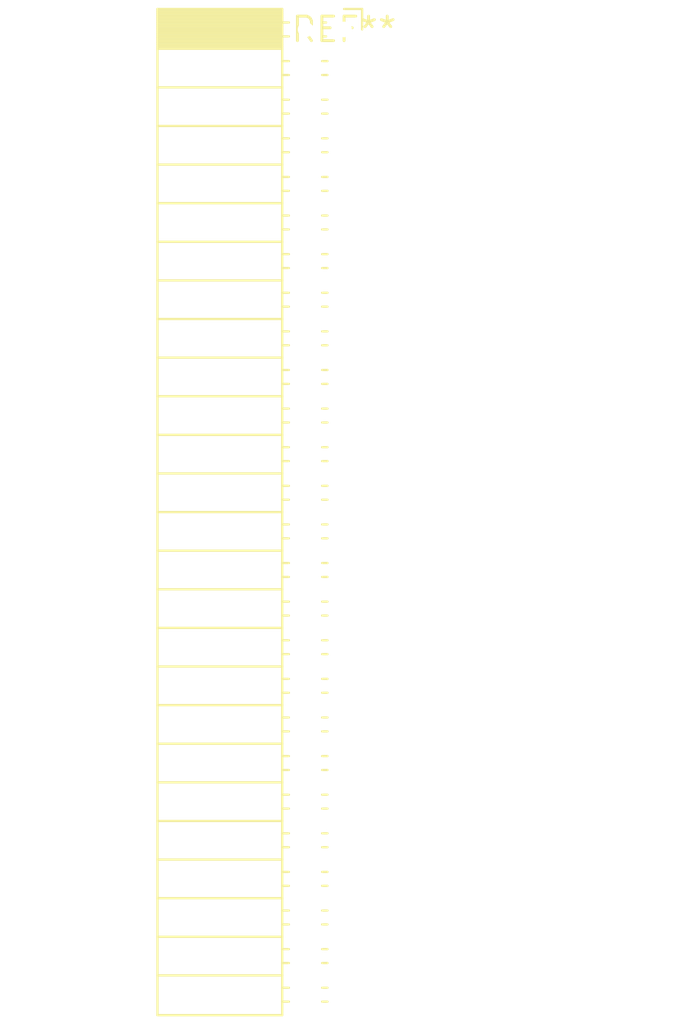
<source format=kicad_pcb>
(kicad_pcb (version 20240108) (generator pcbnew)
  (layers (0 "F.Cu" signal) (31 "B.Cu" signal) (34 "B.Paste" user) (35 "F.Paste" user) (36 "B.SilkS" user "B.Silkscreen") (37 "F.SilkS" user "F.Silkscreen") (38 "B.Mask" user) (39 "F.Mask" user) (44 "Edge.Cuts" user))
  (net 0 "")
  (footprint "PinSocket_2x26_P2.00mm_Horizontal" (layer "F.Cu") (at 0 0)
    (property "Reference" "REF**")
    (property "Value" "PinSocket_2x26_P2.00mm_Horizontal")
    (fp_line (start -9.68 -1.06) (end -9.68 51.06) (layer "F.SilkS") (stroke (width 0.12)))
    (fp_line (start -9.68 -1.06) (end -3.21 -1.06) (layer "F.SilkS") (stroke (width 0.12)))
    (fp_line (start -9.68 -0.94) (end -3.21 -0.94) (layer "F.SilkS") (stroke (width 0.12)))
    (fp_line (start -9.68 -0.825882) (end -3.21 -0.825882) (layer "F.SilkS") (stroke (width 0.12)))
    (fp_line (start -9.68 -0.711764) (end -3.21 -0.711764) (layer "F.SilkS") (stroke (width 0.12)))
    (fp_line (start -9.68 -0.597646) (end -3.21 -0.597646) (layer "F.SilkS") (stroke (width 0.12)))
    (fp_line (start -9.68 -0.483528) (end -3.21 -0.483528) (layer "F.SilkS") (stroke (width 0.12)))
    (fp_line (start -9.68 -0.36941) (end -3.21 -0.36941) (layer "F.SilkS") (stroke (width 0.12)))
    (fp_line (start -9.68 -0.255292) (end -3.21 -0.255292) (layer "F.SilkS") (stroke (width 0.12)))
    (fp_line (start -9.68 -0.141174) (end -3.21 -0.141174) (layer "F.SilkS") (stroke (width 0.12)))
    (fp_line (start -9.68 -0.027056) (end -3.21 -0.027056) (layer "F.SilkS") (stroke (width 0.12)))
    (fp_line (start -9.68 0.087062) (end -3.21 0.087062) (layer "F.SilkS") (stroke (width 0.12)))
    (fp_line (start -9.68 0.20118) (end -3.21 0.20118) (layer "F.SilkS") (stroke (width 0.12)))
    (fp_line (start -9.68 0.315298) (end -3.21 0.315298) (layer "F.SilkS") (stroke (width 0.12)))
    (fp_line (start -9.68 0.429416) (end -3.21 0.429416) (layer "F.SilkS") (stroke (width 0.12)))
    (fp_line (start -9.68 0.543534) (end -3.21 0.543534) (layer "F.SilkS") (stroke (width 0.12)))
    (fp_line (start -9.68 0.657652) (end -3.21 0.657652) (layer "F.SilkS") (stroke (width 0.12)))
    (fp_line (start -9.68 0.77177) (end -3.21 0.77177) (layer "F.SilkS") (stroke (width 0.12)))
    (fp_line (start -9.68 0.885888) (end -3.21 0.885888) (layer "F.SilkS") (stroke (width 0.12)))
    (fp_line (start -9.68 1) (end -3.21 1) (layer "F.SilkS") (stroke (width 0.12)))
    (fp_line (start -9.68 3) (end -3.21 3) (layer "F.SilkS") (stroke (width 0.12)))
    (fp_line (start -9.68 5) (end -3.21 5) (layer "F.SilkS") (stroke (width 0.12)))
    (fp_line (start -9.68 7) (end -3.21 7) (layer "F.SilkS") (stroke (width 0.12)))
    (fp_line (start -9.68 9) (end -3.21 9) (layer "F.SilkS") (stroke (width 0.12)))
    (fp_line (start -9.68 11) (end -3.21 11) (layer "F.SilkS") (stroke (width 0.12)))
    (fp_line (start -9.68 13) (end -3.21 13) (layer "F.SilkS") (stroke (width 0.12)))
    (fp_line (start -9.68 15) (end -3.21 15) (layer "F.SilkS") (stroke (width 0.12)))
    (fp_line (start -9.68 17) (end -3.21 17) (layer "F.SilkS") (stroke (width 0.12)))
    (fp_line (start -9.68 19) (end -3.21 19) (layer "F.SilkS") (stroke (width 0.12)))
    (fp_line (start -9.68 21) (end -3.21 21) (layer "F.SilkS") (stroke (width 0.12)))
    (fp_line (start -9.68 23) (end -3.21 23) (layer "F.SilkS") (stroke (width 0.12)))
    (fp_line (start -9.68 25) (end -3.21 25) (layer "F.SilkS") (stroke (width 0.12)))
    (fp_line (start -9.68 27) (end -3.21 27) (layer "F.SilkS") (stroke (width 0.12)))
    (fp_line (start -9.68 29) (end -3.21 29) (layer "F.SilkS") (stroke (width 0.12)))
    (fp_line (start -9.68 31) (end -3.21 31) (layer "F.SilkS") (stroke (width 0.12)))
    (fp_line (start -9.68 33) (end -3.21 33) (layer "F.SilkS") (stroke (width 0.12)))
    (fp_line (start -9.68 35) (end -3.21 35) (layer "F.SilkS") (stroke (width 0.12)))
    (fp_line (start -9.68 37) (end -3.21 37) (layer "F.SilkS") (stroke (width 0.12)))
    (fp_line (start -9.68 39) (end -3.21 39) (layer "F.SilkS") (stroke (width 0.12)))
    (fp_line (start -9.68 41) (end -3.21 41) (layer "F.SilkS") (stroke (width 0.12)))
    (fp_line (start -9.68 43) (end -3.21 43) (layer "F.SilkS") (stroke (width 0.12)))
    (fp_line (start -9.68 45) (end -3.21 45) (layer "F.SilkS") (stroke (width 0.12)))
    (fp_line (start -9.68 47) (end -3.21 47) (layer "F.SilkS") (stroke (width 0.12)))
    (fp_line (start -9.68 49) (end -3.21 49) (layer "F.SilkS") (stroke (width 0.12)))
    (fp_line (start -9.68 51.06) (end -3.21 51.06) (layer "F.SilkS") (stroke (width 0.12)))
    (fp_line (start -3.21 -1.06) (end -3.21 51.06) (layer "F.SilkS") (stroke (width 0.12)))
    (fp_line (start -3.21 -0.36) (end -2.862917 -0.36) (layer "F.SilkS") (stroke (width 0.12)))
    (fp_line (start -3.21 0.36) (end -2.862917 0.36) (layer "F.SilkS") (stroke (width 0.12)))
    (fp_line (start -3.21 1.64) (end -2.862917 1.64) (layer "F.SilkS") (stroke (width 0.12)))
    (fp_line (start -3.21 2.36) (end -2.862917 2.36) (layer "F.SilkS") (stroke (width 0.12)))
    (fp_line (start -3.21 3.64) (end -2.862917 3.64) (layer "F.SilkS") (stroke (width 0.12)))
    (fp_line (start -3.21 4.36) (end -2.862917 4.36) (layer "F.SilkS") (stroke (width 0.12)))
    (fp_line (start -3.21 5.64) (end -2.862917 5.64) (layer "F.SilkS") (stroke (width 0.12)))
    (fp_line (start -3.21 6.36) (end -2.862917 6.36) (layer "F.SilkS") (stroke (width 0.12)))
    (fp_line (start -3.21 7.64) (end -2.862917 7.64) (layer "F.SilkS") (stroke (width 0.12)))
    (fp_line (start -3.21 8.36) (end -2.862917 8.36) (layer "F.SilkS") (stroke (width 0.12)))
    (fp_line (start -3.21 9.64) (end -2.862917 9.64) (layer "F.SilkS") (stroke (width 0.12)))
    (fp_line (start -3.21 10.36) (end -2.862917 10.36) (layer "F.SilkS") (stroke (width 0.12)))
    (fp_line (start -3.21 11.64) (end -2.862917 11.64) (layer "F.SilkS") (stroke (width 0.12)))
    (fp_line (start -3.21 12.36) (end -2.862917 12.36) (layer "F.SilkS") (stroke (width 0.12)))
    (fp_line (start -3.21 13.64) (end -2.862917 13.64) (layer "F.SilkS") (stroke (width 0.12)))
    (fp_line (start -3.21 14.36) (end -2.862917 14.36) (layer "F.SilkS") (stroke (width 0.12)))
    (fp_line (start -3.21 15.64) (end -2.862917 15.64) (layer "F.SilkS") (stroke (width 0.12)))
    (fp_line (start -3.21 16.36) (end -2.862917 16.36) (layer "F.SilkS") (stroke (width 0.12)))
    (fp_line (start -3.21 17.64) (end -2.862917 17.64) (layer "F.SilkS") (stroke (width 0.12)))
    (fp_line (start -3.21 18.36) (end -2.862917 18.36) (layer "F.SilkS") (stroke (width 0.12)))
    (fp_line (start -3.21 19.64) (end -2.862917 19.64) (layer "F.SilkS") (stroke (width 0.12)))
    (fp_line (start -3.21 20.36) (end -2.862917 20.36) (layer "F.SilkS") (stroke (width 0.12)))
    (fp_line (start -3.21 21.64) (end -2.862917 21.64) (layer "F.SilkS") (stroke (width 0.12)))
    (fp_line (start -3.21 22.36) (end -2.862917 22.36) (layer "F.SilkS") (stroke (width 0.12)))
    (fp_line (start -3.21 23.64) (end -2.862917 23.64) (layer "F.SilkS") (stroke (width 0.12)))
    (fp_line (start -3.21 24.36) (end -2.862917 24.36) (layer "F.SilkS") (stroke (width 0.12)))
    (fp_line (start -3.21 25.64) (end -2.862917 25.64) (layer "F.SilkS") (stroke (width 0.12)))
    (fp_line (start -3.21 26.36) (end -2.862917 26.36) (layer "F.SilkS") (stroke (width 0.12)))
    (fp_line (start -3.21 27.64) (end -2.862917 27.64) (layer "F.SilkS") (stroke (width 0.12)))
    (fp_line (start -3.21 28.36) (end -2.862917 28.36) (layer "F.SilkS") (stroke (width 0.12)))
    (fp_line (start -3.21 29.64) (end -2.862917 29.64) (layer "F.SilkS") (stroke (width 0.12)))
    (fp_line (start -3.21 30.36) (end -2.862917 30.36) (layer "F.SilkS") (stroke (width 0.12)))
    (fp_line (start -3.21 31.64) (end -2.862917 31.64) (layer "F.SilkS") (stroke (width 0.12)))
    (fp_line (start -3.21 32.36) (end -2.862917 32.36) (layer "F.SilkS") (stroke (width 0.12)))
    (fp_line (start -3.21 33.64) (end -2.862917 33.64) (layer "F.SilkS") (stroke (width 0.12)))
    (fp_line (start -3.21 34.36) (end -2.862917 34.36) (layer "F.SilkS") (stroke (width 0.12)))
    (fp_line (start -3.21 35.64) (end -2.862917 35.64) (layer "F.SilkS") (stroke (width 0.12)))
    (fp_line (start -3.21 36.36) (end -2.862917 36.36) (layer "F.SilkS") (stroke (width 0.12)))
    (fp_line (start -3.21 37.64) (end -2.862917 37.64) (layer "F.SilkS") (stroke (width 0.12)))
    (fp_line (start -3.21 38.36) (end -2.862917 38.36) (layer "F.SilkS") (stroke (width 0.12)))
    (fp_line (start -3.21 39.64) (end -2.862917 39.64) (layer "F.SilkS") (stroke (width 0.12)))
    (fp_line (start -3.21 40.36) (end -2.862917 40.36) (layer "F.SilkS") (stroke (width 0.12)))
    (fp_line (start -3.21 41.64) (end -2.862917 41.64) (layer "F.SilkS") (stroke (width 0.12)))
    (fp_line (start -3.21 42.36) (end -2.862917 42.36) (layer "F.SilkS") (stroke (width 0.12)))
    (fp_line (start -3.21 43.64) (end -2.862917 43.64) (layer "F.SilkS") (stroke (width 0.12)))
    (fp_line (start -3.21 44.36) (end -2.862917 44.36) (layer "F.SilkS") (stroke (width 0.12)))
    (fp_line (start -3.21 45.64) (end -2.862917 45.64) (layer "F.SilkS") (stroke (width 0.12)))
    (fp_line (start -3.21 46.36) (end -2.862917 46.36) (layer "F.SilkS") (stroke (width 0.12)))
    (fp_line (start -3.21 47.64) (end -2.862917 47.64) (layer "F.SilkS") (stroke (width 0.12)))
    (fp_line (start -3.21 48.36) (end -2.862917 48.36) (layer "F.SilkS") (stroke (width 0.12)))
    (fp_line (start -3.21 49.64) (end -2.862917 49.64) (layer "F.SilkS") (stroke (width 0.12)))
    (fp_line (start -3.21 50.36) (end -2.862917 50.36) (layer "F.SilkS") (stroke (width 0.12)))
    (fp_line (start -1.137083 -0.36) (end -0.935 -0.36) (layer "F.SilkS") (stroke (width 0.12)))
    (fp_line (start -1.137083 0.36) (end -0.935 0.36) (layer "F.SilkS") (stroke (width 0.12)))
    (fp_line (start -1.137083 1.64) (end -0.862917 1.64) (layer "F.SilkS") (stroke (width 0.12)))
    (fp_line (start -1.137083 2.36) (end -0.862917 2.36) (layer "F.SilkS") (stroke (width 0.12)))
    (fp_line (start -1.137083 3.64) (end -0.862917 3.64) (layer "F.SilkS") (stroke (width 0.12)))
    (fp_line (start -1.137083 4.36) (end -0.862917 4.36) (layer "F.SilkS") (stroke (width 0.12)))
    (fp_line (start -1.137083 5.64) (end -0.862917 5.64) (layer "F.SilkS") (stroke (width 0.12)))
    (fp_line (start -1.137083 6.36) (end -0.862917 6.36) (layer "F.SilkS") (stroke (width 0.12)))
    (fp_line (start -1.137083 7.64) (end -0.862917 7.64) (layer "F.SilkS") (stroke (width 0.12)))
    (fp_line (start -1.137083 8.36) (end -0.862917 8.36) (layer "F.SilkS") (stroke (width 0.12)))
    (fp_line (start -1.137083 9.64) (end -0.862917 9.64) (layer "F.SilkS") (stroke (width 0.12)))
    (fp_line (start -1.137083 10.36) (end -0.862917 10.36) (layer "F.SilkS") (stroke (width 0.12)))
    (fp_line (start -1.137083 11.64) (end -0.862917 11.64) (layer "F.SilkS") (stroke (width 0.12)))
    (fp_line (start -1.137083 12.36) (end -0.862917 12.36) (layer "F.SilkS") (stroke (width 0.12)))
    (fp_line (start -1.137083 13.64) (end -0.862917 13.64) (layer "F.SilkS") (stroke (width 0.12)))
    (fp_line (start -1.137083 14.36) (end -0.862917 14.36) (layer "F.SilkS") (stroke (width 0.12)))
    (fp_line (start -1.137083 15.64) (end -0.862917 15.64) (layer "F.SilkS") (stroke (width 0.12)))
    (fp_line (start -1.137083 16.36) (end -0.862917 16.36) (layer "F.SilkS") (stroke (width 0.12)))
    (fp_line (start -1.137083 17.64) (end -0.862917 17.64) (layer "F.SilkS") (stroke (width 0.12)))
    (fp_line (start -1.137083 18.36) (end -0.862917 18.36) (layer "F.SilkS") (stroke (width 0.12)))
    (fp_line (start -1.137083 19.64) (end -0.862917 19.64) (layer "F.SilkS") (stroke (width 0.12)))
    (fp_line (start -1.137083 20.36) (end -0.862917 20.36) (layer "F.SilkS") (stroke (width 0.12)))
    (fp_line (start -1.137083 21.64) (end -0.862917 21.64) (layer "F.SilkS") (stroke (width 0.12)))
    (fp_line (start -1.137083 22.36) (end -0.862917 22.36) (layer "F.SilkS") (stroke (width 0.12)))
    (fp_line (start -1.137083 23.64) (end -0.862917 23.64) (layer "F.SilkS") (stroke (width 0.12)))
    (fp_line (start -1.137083 24.36) (end -0.862917 24.36) (layer "F.SilkS") (stroke (width 0.12)))
    (fp_line (start -1.137083 25.64) (end -0.862917 25.64) (layer "F.SilkS") (stroke (width 0.12)))
    (fp_line (start -1.137083 26.36) (end -0.862917 26.36) (layer "F.SilkS") (stroke (width 0.12)))
    (fp_line (start -1.137083 27.64) (end -0.862917 27.64) (layer "F.SilkS") (stroke (width 0.12)))
    (fp_line (start -1.137083 28.36) (end -0.862917 28.36) (layer "F.SilkS") (stroke (width 0.12)))
    (fp_line (start -1.137083 29.64) (end -0.862917 29.64) (layer "F.SilkS") (stroke (width 0.12)))
    (fp_line (start -1.137083 30.36) (end -0.862917 30.36) (layer "F.SilkS") (stroke (width 0.12)))
    (fp_line (start -1.137083 31.64) (end -0.862917 31.64) (layer "F.SilkS") (stroke (width 0.12)))
    (fp_line (start -1.137083 32.36) (end -0.862917 32.36) (layer "F.SilkS") (stroke (width 0.12)))
    (fp_line (start -1.137083 33.64) (end -0.862917 33.64) (layer "F.SilkS") (stroke (width 0.12)))
    (fp_line (start -1.137083 34.36) (end -0.862917 34.36) (layer "F.SilkS") (stroke (width 0.12)))
    (fp_line (start -1.137083 35.64) (end -0.862917 35.64) (layer "F.SilkS") (stroke (width 0.12)))
    (fp_line (start -1.137083 36.36) (end -0.862917 36.36) (layer "F.SilkS") (stroke (width 0.12)))
    (fp_line (start -1.137083 37.64) (end -0.862917 37.64) (layer "F.SilkS") (stroke (width 0.12)))
    (fp_line (start -1.137083 38.36) (end -0.862917 38.36) (layer "F.SilkS") (stroke (width 0.12)))
    (fp_line (start -1.137083 39.64) (end -0.862917 39.64) (layer "F.SilkS") (stroke (width 0.12)))
    (fp_line (start -1.137083 40.36) (end -0.862917 40.36) (layer "F.SilkS") (stroke (width 0.12)))
    (fp_line (start -1.137083 41.64) (end -0.862917 41.64) (layer "F.SilkS") (stroke (width 0.12)))
    (fp_line (start -1.137083 42.36) (end -0.862917 42.36) (layer "F.SilkS") (stroke (width 0.12)))
    (fp_line (start -1.137083 43.64) (end -0.862917 43.64) (layer "F.SilkS") (stroke (width 0.12)))
    (fp_line (start -1.137083 44.36) (end -0.862917 44.36) (layer "F.SilkS") (stroke (width 0.12)))
    (fp_line (start -1.137083 45.64) (end -0.862917 45.64) (layer "F.SilkS") (stroke (width 0.12)))
    (fp_line (start -1.137083 46.36) (end -0.862917 46.36) (layer "F.SilkS") (stroke (width 0.12)))
    (fp_line (start -1.137083 47.64) (end -0.862917 47.64) (layer "F.SilkS") (stroke (width 0.12)))
    (fp_line (start -1.137083 48.36) (end -0.862917 48.36) (layer "F.SilkS") (stroke (width 0.12)))
    (fp_line (start -1.137083 49.64) (end -0.862917 49.64) (layer "F.SilkS") (stroke (width 0.12)))
    (fp_line (start -1.137083 50.36) (end -0.862917 50.36) (layer "F.SilkS") (stroke (width 0.12)))
    (fp_line (start 0 -1.06) (end 0.935 -1.06) (layer "F.SilkS") (stroke (width 0.12)))
    (fp_line (start 0.935 -1.06) (end 0.935 0) (layer "F.SilkS") (stroke (width 0.12)))
    (pad "1" thru_hole rect (at 0 0) (size 1.35 1.35) (drill 0.8) (layers *.Cu *.Mask) (remove_unused_layers))
    (pad "2" thru_hole oval (at -2 0) (size 1.35 1.35) (drill 0.8) (layers *.Cu *.Mask) (remove_unused_layers))
    (pad "3" thru_hole oval (at 0 2) (size 1.35 1.35) (drill 0.8) (layers *.Cu *.Mask) (remove_unused_layers))
    (pad "4" thru_hole oval (at -2 2) (size 1.35 1.35) (drill 0.8) (layers *.Cu *.Mask) (remove_unused_layers))
    (pad "5" thru_hole oval (at 0 4) (size 1.35 1.35) (drill 0.8) (layers *.Cu *.Mask) (remove_unused_layers))
    (pad "6" thru_hole oval (at -2 4) (size 1.35 1.35) (drill 0.8) (layers *.Cu *.Mask) (remove_unused_layers))
    (pad "7" thru_hole oval (at 0 6) (size 1.35 1.35) (drill 0.8) (layers *.Cu *.Mask) (remove_unused_layers))
    (pad "8" thru_hole oval (at -2 6) (size 1.35 1.35) (drill 0.8) (layers *.Cu *.Mask) (remove_unused_layers))
    (pad "9" thru_hole oval (at 0 8) (size 1.35 1.35) (drill 0.8) (layers *.Cu *.Mask) (remove_unused_layers))
    (pad "10" thru_hole oval (at -2 8) (size 1.35 1.35) (drill 0.8) (layers *.Cu *.Mask) (remove_unused_layers))
    (pad "11" thru_hole oval (at 0 10) (size 1.35 1.35) (drill 0.8) (layers *.Cu *.Mask) (remove_unused_layers))
    (pad "12" thru_hole oval (at -2 10) (size 1.35 1.35) (drill 0.8) (layers *.Cu *.Mask) (remove_unused_layers))
    (pad "13" thru_hole oval (at 0 12) (size 1.35 1.35) (drill 0.8) (layers *.Cu *.Mask) (remove_unused_layers))
    (pad "14" thru_hole oval (at -2 12) (size 1.35 1.35) (drill 0.8) (layers *.Cu *.Mask) (remove_unused_layers))
    (pad "15" thru_hole oval (at 0 14) (size 1.35 1.35) (drill 0.8) (layers *.Cu *.Mask) (remove_unused_layers))
    (pad "16" thru_hole oval (at -2 14) (size 1.35 1.35) (drill 0.8) (layers *.Cu *.Mask) (remove_unused_layers))
    (pad "17" thru_hole oval (at 0 16) (size 1.35 1.35) (drill 0.8) (layers *.Cu *.Mask) (remove_unused_layers))
    (pad "18" thru_hole oval (at -2 16) (size 1.35 1.35) (drill 0.8) (layers *.Cu *.Mask) (remove_unused_layers))
    (pad "19" thru_hole oval (at 0 18) (size 1.35 1.35) (drill 0.8) (layers *.Cu *.Mask) (remove_unused_layers))
    (pad "20" thru_hole oval (at -2 18) (size 1.35 1.35) (drill 0.8) (layers *.Cu *.Mask) (remove_unused_layers))
    (pad "21" thru_hole oval (at 0 20) (size 1.35 1.35) (drill 0.8) (layers *.Cu *.Mask) (remove_unused_layers))
    (pad "22" thru_hole oval (at -2 20) (size 1.35 1.35) (drill 0.8) (layers *.Cu *.Mask) (remove_unused_layers))
    (pad "23" thru_hole oval (at 0 22) (size 1.35 1.35) (drill 0.8) (layers *.Cu *.Mask) (remove_unused_layers))
    (pad "24" thru_hole oval (at -2 22) (size 1.35 1.35) (drill 0.8) (layers *.Cu *.Mask) (remove_unused_layers))
    (pad "25" thru_hole oval (at 0 24) (size 1.35 1.35) (drill 0.8) (layers *.Cu *.Mask) (remove_unused_layers))
    (pad "26" thru_hole oval (at -2 24) (size 1.35 1.35) (drill 0.8) (layers *.Cu *.Mask) (remove_unused_layers))
    (pad "27" thru_hole oval (at 0 26) (size 1.35 1.35) (drill 0.8) (layers *.Cu *.Mask) (remove_unused_layers))
    (pad "28" thru_hole oval (at -2 26) (size 1.35 1.35) (drill 0.8) (layers *.Cu *.Mask) (remove_unused_layers))
    (pad "29" thru_hole oval (at 0 28) (size 1.35 1.35) (drill 0.8) (layers *.Cu *.Mask) (remove_unused_layers))
    (pad "30" thru_hole oval (at -2 28) (size 1.35 1.35) (drill 0.8) (layers *.Cu *.Mask) (remove_unused_layers))
    (pad "31" thru_hole oval (at 0 30) (size 1.35 1.35) (drill 0.8) (layers *.Cu *.Mask) (remove_unused_layers))
    (pad "32" thru_hole oval (at -2 30) (size 1.35 1.35) (drill 0.8) (layers *.Cu *.Mask) (remove_unused_layers))
    (pad "33" thru_hole oval (at 0 32) (size 1.35 1.35) (drill 0.8) (layers *.Cu *.Mask) (remove_unused_layers))
    (pad "34" thru_hole oval (at -2 32) (size 1.35 1.35) (drill 0.8) (layers *.Cu *.Mask) (remove_unused_layers))
    (pad "35" thru_hole oval (at 0 34) (size 1.35 1.35) (drill 0.8) (layers *.Cu *.Mask) (remove_unused_layers))
    (pad "36" thru_hole oval (at -2 34) (size 1.35 1.35) (drill 0.8) (layers *.Cu *.Mask) (remove_unused_layers))
    (pad "37" thru_hole oval (at 0 36) (size 1.35 1.35) (drill 0.8) (layers *.Cu *.Mask) (remove_unused_layers))
    (pad "38" thru_hole oval (at -2 36) (size 1.35 1.35) (drill 0.8) (layers *.Cu *.Mask) (remove_unused_layers))
    (pad "39" thru_hole oval (at 0 38) (size 1.35 1.35) (drill 0.8) (layers *.Cu *.Mask) (remove_unused_layers))
    (pad "40" thru_hole oval (at -2 38) (size 1.35 1.35) (drill 0.8) (layers *.Cu *.Mask) (remove_unused_layers))
    (pad "41" thru_hole oval (at 0 40) (size 1.35 1.35) (drill 0.8) (layers *.Cu *.Mask) (remove_unused_layers))
    (pad "42" thru_hole oval (at -2 40) (size 1.35 1.35) (drill 0.8) (layers *.Cu *.Mask) (remove_unused_layers))
    (pad "43" thru_hole oval (at 0 42) (size 1.35 1.35) (drill 0.8) (layers *.Cu *.Mask) (remove_unused_layers))
    (pad "44" thru_hole oval (at -2 42) (size 1.35 1.35) (drill 0.8) (layers *.Cu *.Mask) (remove_unused_layers))
    (pad "45" thru_hole oval (at 0 44) (size 1.35 1.35) (drill 0.8) (layers *.Cu *.Mask) (remove_unused_layers))
    (pad "46" thru_hole oval (at -2 44) (size 1.35 1.35) (drill 0.8) (layers *.Cu *.Mask) (remove_unused_layers))
    (pad "47" thru_hole oval (at 0 46) (size 1.35 1.35) (drill 0.8) (layers *.Cu *.Mask) (remove_unused_layers))
    (pad "48" thru_hole oval (at -2 46) (size 1.35 1.35) (drill 0.8) (layers *.Cu *.Mask) (remove_unused_layers))
    (pad "49" thru_hole oval (at 0 48) (size 1.35 1.35) (drill 0.8) (layers *.Cu *.Mask) (remove_unused_layers))
    (pad "50" thru_hole oval (at -2 48) (size 1.35 1.35) (drill 0.8) (layers *.Cu *.Mask) (remove_unused_layers))
    (pad "51" thru_hole oval (at 0 50) (size 1.35 1.35) (drill 0.8) (layers *.Cu *.Mask) (remove_unused_layers))
    (pad "52" thru_hole oval (at -2 50) (size 1.35 1.35) (drill 0.8) (layers *.Cu *.Mask) (remove_unused_layers))
  )
)
</source>
